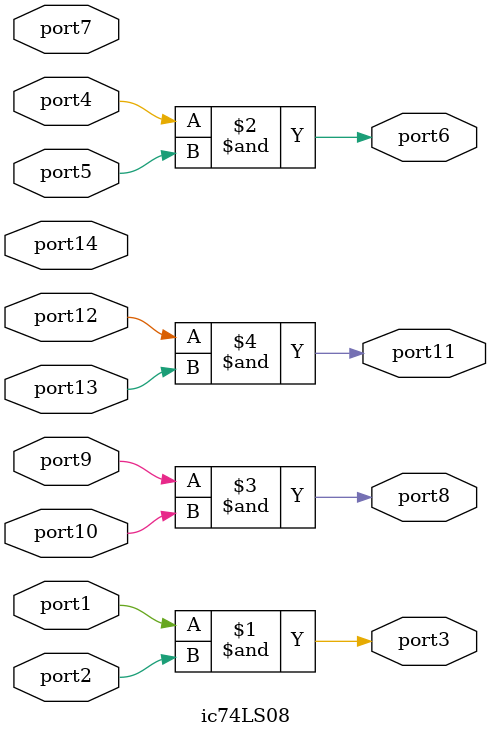
<source format=v>
module ic74LS08(
input wire port1,
input wire port2,
output wire port3,
input wire port4,
input wire port5,
output wire port6,
input wire port7,
output wire port8,
input wire port9,
input wire port10,
output wire port11,
input wire port12,
input wire port13,
input wire port14
);

assign port3 = port1 & port2;
assign port6 = port4 & port5;
assign port8 = port9 & port10;
assign port11 = port12 & port13;

endmodule
</source>
